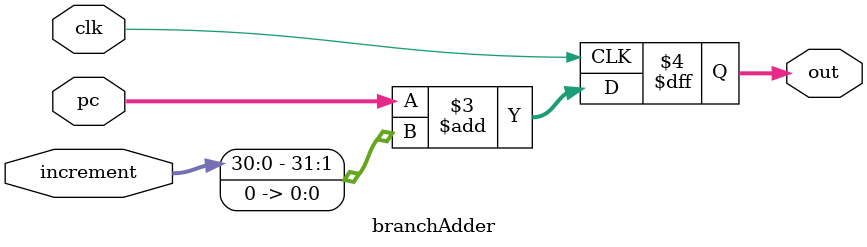
<source format=v>
module branchAdder (pc, increment, out, clk);
	parameter XLEN = 32;
	
	input clk;
	input [XLEN-1:0] pc;
	input [XLEN-1:0] increment;
	output reg [XLEN-1:0] out;
	
	always @(posedge clk) begin
		out = pc + (increment<<1);
	end
	
endmodule

</source>
